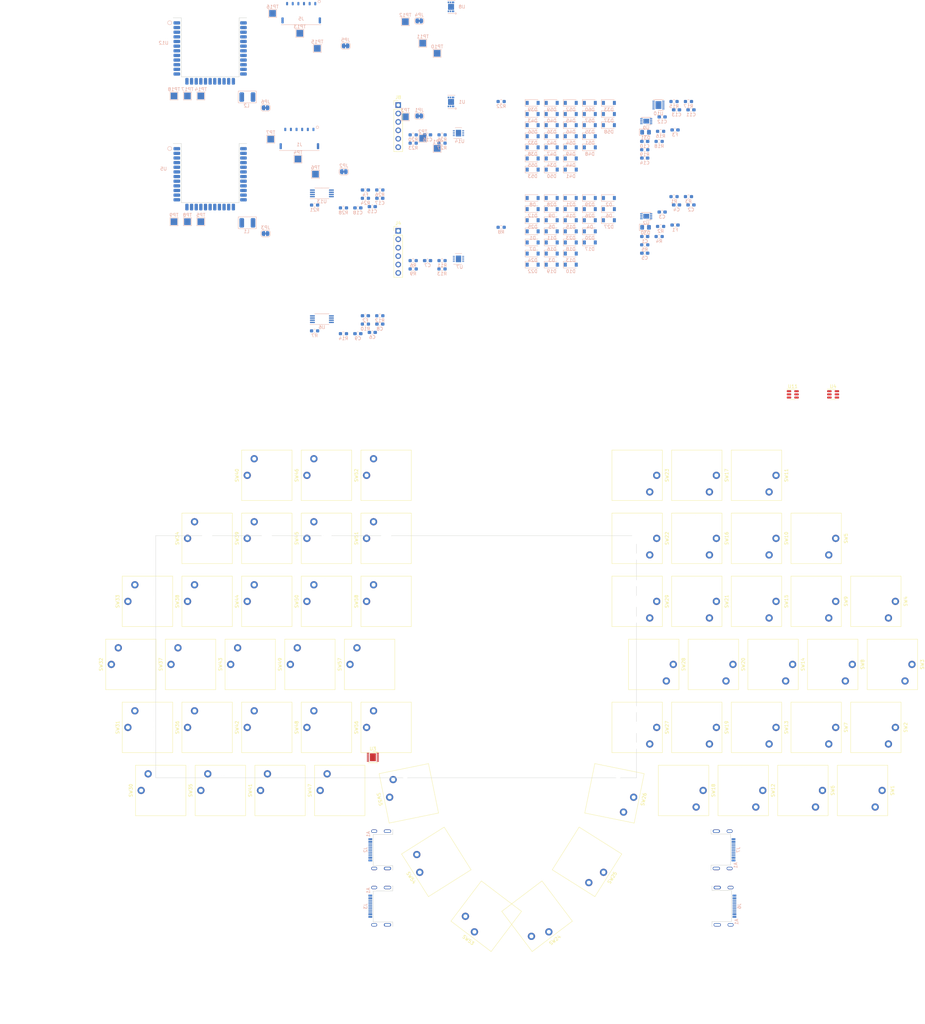
<source format=kicad_pcb>
(kicad_pcb (version 20211014) (generator pcbnew)
  (layers (0 "F.Cu" signal) (31 "B.Cu" signal) (34 "B.Paste" user) (35 "F.Paste" user) (36 "B.SilkS" user "B.Silkscreen") (37 "F.SilkS" user "F.Silkscreen") (38 "B.Mask" user) (39 "F.Mask" user) (44 "Edge.Cuts" user))
  (net 0 "")
  (net 1 "Net-(D1-Pad1)")
  (net 2 "Net-(C1-Pad1)")
  (net 3 "Net-(D2-Pad1)")
  (net 4 "Net-(D3-Pad1)")
  (net 5 "Net-(D4-Pad1)")
  (net 6 "Net-(D5-Pad1)")
  (net 7 "Net-(D6-Pad1)")
  (net 8 "/Right/BatteryManagement/batt-")
  (net 9 "Net-(D7-Pad1)")
  (net 10 "Net-(D8-Pad1)")
  (net 11 "Net-(D9-Pad1)")
  (net 12 "Net-(D10-Pad1)")
  (net 13 "Net-(D11-Pad1)")
  (net 14 "Net-(D12-Pad1)")
  (net 15 "/Right/vusb")
  (net 16 "Net-(D13-Pad1)")
  (net 17 "Net-(D14-Pad1)")
  (net 18 "Net-(D15-Pad1)")
  (net 19 "Net-(D16-Pad1)")
  (net 20 "Net-(D17-Pad1)")
  (net 21 "Net-(D18-Pad1)")
  (net 22 "/Right/sysgnd")
  (net 23 "Net-(D19-Pad1)")
  (net 24 "Net-(D20-Pad1)")
  (net 25 "Net-(D21-Pad1)")
  (net 26 "Net-(D22-Pad1)")
  (net 27 "Net-(D23-Pad1)")
  (net 28 "Net-(D24-Pad1)")
  (net 29 "/Right/p+")
  (net 30 "Net-(D25-Pad1)")
  (net 31 "Net-(D26-Pad1)")
  (net 32 "Net-(D27-Pad1)")
  (net 33 "Net-(D28-Pad1)")
  (net 34 "Net-(D29-Pad1)")
  (net 35 "Net-(D32-Pad1)")
  (net 36 "Net-(D33-Pad1)")
  (net 37 "Net-(D34-Pad1)")
  (net 38 "Net-(D35-Pad1)")
  (net 39 "Net-(D36-Pad1)")
  (net 40 "Net-(D37-Pad1)")
  (net 41 "Net-(D38-Pad1)")
  (net 42 "Net-(D39-Pad1)")
  (net 43 "Net-(D40-Pad1)")
  (net 44 "Net-(D41-Pad1)")
  (net 45 "Net-(D42-Pad1)")
  (net 46 "Net-(D43-Pad1)")
  (net 47 "Net-(D44-Pad1)")
  (net 48 "Net-(D45-Pad1)")
  (net 49 "Net-(D46-Pad1)")
  (net 50 "Net-(D47-Pad1)")
  (net 51 "Net-(D48-Pad1)")
  (net 52 "Net-(D49-Pad1)")
  (net 53 "Net-(D50-Pad1)")
  (net 54 "Net-(D51-Pad1)")
  (net 55 "Net-(D52-Pad1)")
  (net 56 "Net-(D53-Pad1)")
  (net 57 "Net-(D54-Pad1)")
  (net 58 "Net-(D55-Pad1)")
  (net 59 "Net-(D56-Pad1)")
  (net 60 "Net-(D57-Pad1)")
  (net 61 "Net-(D58-Pad1)")
  (net 62 "Net-(D59-Pad1)")
  (net 63 "Net-(D60-Pad1)")
  (net 64 "Net-(J3-PadA7)")
  (net 65 "Net-(C4-Pad1)")
  (net 66 "Net-(J3-PadA6)")
  (net 67 "Net-(R10-Pad1)")
  (net 68 "/Right/BatteryManagement/p-")
  (net 69 "Net-(R11-Pad1)")
  (net 70 "Net-(J7-PadA7)")
  (net 71 "Net-(J7-PadA6)")
  (net 72 "Net-(R24-Pad1)")
  (net 73 "Net-(R25-Pad1)")
  (net 74 "/Right/pmux_out")
  (net 75 "Net-(C8-Pad1)")
  (net 76 "Net-(C10-Pad1)")
  (net 77 "/Left/BatteryManagement/batt-")
  (net 78 "/Left/vusb")
  (net 79 "/Left/sysgnd")
  (net 80 "/Left/p+")
  (net 81 "Net-(C13-Pad1)")
  (net 82 "/Left/BatteryManagement/p-")
  (net 83 "/Left/pmux_out")
  (net 84 "Net-(C17-Pad1)")
  (net 85 "/Right/col0")
  (net 86 "/Right/col1")
  (net 87 "/Right/col2")
  (net 88 "/Right/col3")
  (net 89 "/Right/col4")
  (net 90 "/Right/col5")
  (net 91 "Net-(D30-Pad1)")
  (net 92 "Net-(D31-Pad1)")
  (net 93 "/Left/col0")
  (net 94 "/Left/col1")
  (net 95 "/Left/col2")
  (net 96 "/Left/col3")
  (net 97 "/Left/col4")
  (net 98 "/Left/col5")
  (net 99 "/Right/BatteryManagement/batt+")
  (net 100 "Net-(F1-Pad2)")
  (net 101 "Net-(F2-Pad1)")
  (net 102 "Net-(F2-Pad2)")
  (net 103 "/Left/BatteryManagement/batt+")
  (net 104 "Net-(F3-Pad2)")
  (net 105 "Net-(F4-Pad1)")
  (net 106 "Net-(F4-Pad2)")
  (net 111 "/Right/chassi")
  (net 112 "Net-(J3-PadA5)")
  (net 114 "Net-(J3-PadB5)")
  (net 116 "/Right/reset")
  (net 117 "/Right/status")
  (net 118 "/Right/swdclk")
  (net 119 "/Right/swdio")
  (net 120 "/Right/3.3v")
  (net 125 "/Left/chassi")
  (net 126 "Net-(J7-PadA5)")
  (net 128 "Net-(J7-PadB5)")
  (net 130 "/Left/reset")
  (net 131 "/Left/status")
  (net 132 "/Left/swdclk")
  (net 133 "/Left/swdio")
  (net 134 "/Left/3.3v")
  (net 135 "Net-(L1-Pad1)")
  (net 136 "Net-(L2-Pad1)")
  (net 137 "Net-(R2-Pad1)")
  (net 138 "Net-(R3-Pad1)")
  (net 139 "Net-(R4-Pad2)")
  (net 140 "/Right/scl")
  (net 141 "/Right/sda")
  (net 142 "/Right/usb_n")
  (net 143 "/Right/usb_p")
  (net 144 "Net-(R12-Pad2)")
  (net 145 "Net-(R14-Pad1)")
  (net 146 "Net-(R16-Pad1)")
  (net 147 "Net-(R17-Pad1)")
  (net 148 "Net-(R18-Pad2)")
  (net 149 "/Left/scl")
  (net 150 "/Left/sda")
  (net 151 "/Left/usb_n")
  (net 152 "/Left/usb_p")
  (net 153 "Net-(R26-Pad2)")
  (net 154 "Net-(R28-Pad1)")
  (net 155 "/Right/row0")
  (net 156 "/Right/row1")
  (net 157 "/Right/row2")
  (net 158 "/Right/row3")
  (net 159 "/Right/row4")
  (net 160 "/Left/row0")
  (net 161 "/Left/row1")
  (net 162 "/Left/row2")
  (net 163 "/Left/row3")
  (net 164 "/Left/row4")
  (net 167 "/Right/low_batt")
  (net 179 "/Left/low_batt")
  (footprint "Switch_Keyboard_Kailh:SW_Kailh_Choc_V1_1.00u" (layer "F.Cu") (at 288.210 164.820 -90.000)
    (fp_text reference "SW2")
    (fp_text value "~")
  )
  (footprint "Switch_Keyboard_Kailh:SW_Kailh_Choc_V1_1.00u" (layer "F.Cu") (at 68.500 126.820 90.000)
    (fp_text reference "SW33")
    (fp_text value "~")
  )
  (footprint "Switch_Keyboard_Kailh:SW_Kailh_Choc_V1_1.00u" (layer "F.Cu") (at 270.210 164.820 -90.000)
    (fp_text reference "SW7")
    (fp_text value "~")
  )
  (footprint "Switch_Keyboard_Kailh:SW_Kailh_Choc_V1_1.00u" (layer "F.Cu") (at 234.210 88.820 -90.000)
    (fp_text reference "SW17")
    (fp_text value "~")
  )
  (footprint "Switch_Keyboard_Kailh:SW_Kailh_Choc_V1_1.00u" (layer "F.Cu") (at 86.500 164.820 90.000)
    (fp_text reference "SW36")
    (fp_text value "~")
  )
  (footprint "Switch_Keyboard_Kailh:SW_Kailh_Choc_V1_1.00u" (layer "F.Cu") (at 117.500 145.820 90.000)
    (fp_text reference "SW49")
    (fp_text value "~")
  )
  (footprint "Switch_Keyboard_Kailh:SW_Kailh_Choc_V1_1.00u" (layer "F.Cu") (at 104.500 107.820 90.000)
    (fp_text reference "SW39")
    (fp_text value "~")
  )
  (footprint "Switch_Keyboard_Kailh:SW_Kailh_Choc_V1_1.00u" (layer "F.Cu") (at 252.210 164.820 -90.000)
    (fp_text reference "SW13")
    (fp_text value "~")
  )
  (footprint "Switch_Keyboard_Kailh:SW_Kailh_Choc_V1_1.00u" (layer "F.Cu") (at 99.500 145.820 90.000)
    (fp_text reference "SW43")
    (fp_text value "~")
  )
  (footprint "Switch_Keyboard_Kailh:SW_Kailh_Choc_V1_1.00u" (layer "F.Cu") (at 252.210 107.820 -90.000)
    (fp_text reference "SW10")
    (fp_text value "~")
  )
  (footprint "Switch_Keyboard_Kailh:SW_Kailh_Choc_V1_1.00u" (layer "F.Cu") (at 63.500 145.820 90.000)
    (fp_text reference "SW32")
    (fp_text value "~")
  )
  (footprint "Switch_Keyboard_Kailh:SW_Kailh_Choc_V1_1.00u" (layer "F.Cu") (at 147.337 184.693 101.500)
    (fp_text reference "SW55")
    (fp_text value "~")
  )
  (footprint "Switch_Keyboard_Kailh:SW_Kailh_Choc_V1_1.00u" (layer "F.Cu") (at 170.690 221.749 142.900)
    (fp_text reference "SW53")
    (fp_text value "~")
  )
  (footprint "Switch_Keyboard_Kailh:SW_Kailh_Choc_V1_1.00u" (layer "F.Cu") (at 293.210 145.820 -90.000)
    (fp_text reference "SW3")
    (fp_text value "~")
  )
  (footprint "Package_TO_SOT_SMD:SOT-23-6" (layer "F.Cu") (at 275.330 64.410 0.000)
    (fp_text reference "U4")
    (fp_text value "USBLC6-4SC6")
  )
  (footprint "Switch_Keyboard_Kailh:SW_Kailh_Choc_V1_1.00u" (layer "F.Cu") (at 186.020 221.749 -142.900)
    (fp_text reference "SW24")
    (fp_text value "~")
  )
  (footprint "Switch_Keyboard_Kailh:SW_Kailh_Choc_V1_1.00u" (layer "F.Cu") (at 122.500 126.820 90.000)
    (fp_text reference "SW50")
    (fp_text value "~")
  )
  (footprint "Switch_Keyboard_Kailh:SW_Kailh_Choc_V1_1.00u" (layer "F.Cu") (at 216.210 164.820 -90.000)
    (fp_text reference "SW27")
    (fp_text value "~")
  )
  (footprint "Switch_Keyboard_Kailh:SW_Kailh_Choc_V1_1.00u" (layer "F.Cu") (at 122.500 107.820 90.000)
    (fp_text reference "SW45")
    (fp_text value "~")
  )
  (footprint "Switch_Keyboard_Kailh:SW_Kailh_Choc_V1_1.00u" (layer "F.Cu") (at 135.500 145.820 90.000)
    (fp_text reference "SW57")
    (fp_text value "~")
  )
  (footprint "Switch_Keyboard_Kailh:SW_Kailh_Choc_V1_1.00u" (layer "F.Cu") (at 104.500 164.820 90.000)
    (fp_text reference "SW42")
    (fp_text value "~")
  )
  (footprint "Switch_Keyboard_Kailh:SW_Kailh_Choc_V1_1.00u" (layer "F.Cu") (at 122.500 164.820 90.000)
    (fp_text reference "SW48")
    (fp_text value "~")
  )
  (footprint "Switch_Keyboard_Kailh:SW_Kailh_Choc_V1_1.00u" (layer "F.Cu") (at 209.373 184.693 -101.500)
    (fp_text reference "SW26")
    (fp_text value "~")
  )
  (footprint "Switch_Keyboard_Kailh:SW_Kailh_Choc_V1_1.00u" (layer "F.Cu") (at 155.627 205.355 122.200)
    (fp_text reference "SW54")
    (fp_text value "~")
  )
  (footprint "Switch_Keyboard_Kailh:SW_Kailh_Choc_V1_1.00u" (layer "F.Cu") (at 234.210 126.820 -90.000)
    (fp_text reference "SW21")
    (fp_text value "~")
  )
  (footprint "Switch_Keyboard_Kailh:SW_Kailh_Choc_V1_1.00u" (layer "F.Cu") (at 104.500 88.820 90.000)
    (fp_text reference "SW40")
    (fp_text value "~")
  )
  (footprint "Switch_Keyboard_Kailh:SW_Kailh_Choc_V1_1.00u" (layer "F.Cu") (at 201.083 205.355 -122.200)
    (fp_text reference "SW25")
    (fp_text value "~")
  )
  (footprint "Switch_Keyboard_Kailh:SW_Kailh_Choc_V1_1.00u" (layer "F.Cu") (at 86.500 126.820 90.000)
    (fp_text reference "SW38")
    (fp_text value "~")
  )
  (footprint "Switch_Keyboard_Kailh:SW_Kailh_Choc_V1_1.00u" (layer "F.Cu") (at 270.210 107.820 -90.000)
    (fp_text reference "SW5")
    (fp_text value "~")
  )
  (footprint "Switch_Keyboard_Kailh:SW_Kailh_Choc_V1_1.00u" (layer "F.Cu") (at 216.210 88.820 -90.000)
    (fp_text reference "SW23")
    (fp_text value "~")
  )
  (footprint "Switch_Keyboard_Kailh:SW_Kailh_Choc_V1_1.00u" (layer "F.Cu") (at 216.210 126.820 -90.000)
    (fp_text reference "SW29")
    (fp_text value "~")
  )
  (footprint "Switch_Keyboard_Kailh:SW_Kailh_Choc_V1_1.00u" (layer "F.Cu") (at 230.210 183.820 -90.000)
    (fp_text reference "SW18")
    (fp_text value "~")
  )
  (footprint "Switch_Keyboard_Kailh:SW_Kailh_Choc_V1_1.00u" (layer "F.Cu") (at 140.500 107.820 90.000)
    (fp_text reference "SW51")
    (fp_text value "~")
  )
  (footprint "Switch_Keyboard_Kailh:SW_Kailh_Choc_V1_1.00u" (layer "F.Cu") (at 126.500 183.820 90.000)
    (fp_text reference "SW47")
    (fp_text value "~")
  )
  (footprint "Switch_Keyboard_Kailh:SW_Kailh_Choc_V1_1.00u" (layer "F.Cu") (at 252.210 126.820 -90.000)
    (fp_text reference "SW15")
    (fp_text value "~")
  )
  (footprint "Switch_Keyboard_Kailh:SW_Kailh_Choc_V1_1.00u" (layer "F.Cu") (at 234.210 164.820 -90.000)
    (fp_text reference "SW19")
    (fp_text value "~")
  )
  (footprint "Switch_Keyboard_Kailh:SW_Kailh_Choc_V1_1.00u" (layer "F.Cu") (at 270.210 126.820 -90.000)
    (fp_text reference "SW9")
    (fp_text value "~")
  )
  (footprint "Switch_Keyboard_Kailh:SW_Kailh_Choc_V1_1.00u" (layer "F.Cu") (at 257.210 145.820 -90.000)
    (fp_text reference "SW14")
    (fp_text value "~")
  )
  (footprint "Switch_Keyboard_Kailh:SW_Kailh_Choc_V1_1.00u" (layer "F.Cu") (at 108.500 183.820 90.000)
    (fp_text reference "SW41")
    (fp_text value "~")
  )
  (footprint "Switch_Keyboard_Kailh:SW_Kailh_Choc_V1_1.00u" (layer "F.Cu") (at 104.500 126.820 90.000)
    (fp_text reference "SW44")
    (fp_text value "~")
  )
  (footprint "Switch_Keyboard_Kailh:SW_Kailh_Choc_V1_1.00u" (layer "F.Cu") (at 248.210 183.820 -90.000)
    (fp_text reference "SW12")
    (fp_text value "~")
  )
  (footprint "Connector_PinHeader_2.54mm:PinHeader_1x06_P2.54mm_Vertical" (layer "F.Cu") (at 144.150 -22.810 0.000)
    (fp_text reference "J8")
    (fp_text value "Conn_01x06_Male")
  )
  (footprint "Switch_Keyboard_Kailh:SW_Kailh_Choc_V1_1.00u" (layer "F.Cu") (at 140.500 126.820 90.000)
    (fp_text reference "SW58")
    (fp_text value "~")
  )
  (footprint "Switch_Keyboard_Kailh:SW_Kailh_Choc_V1_1.00u" (layer "F.Cu") (at 72.500 183.820 90.000)
    (fp_text reference "SW30")
    (fp_text value "~")
  )
  (footprint "Switch_Keyboard_Kailh:SW_Kailh_Choc_V1_1.00u" (layer "F.Cu") (at 252.210 88.820 -90.000)
    (fp_text reference "SW11")
    (fp_text value "~")
  )
  (footprint "Switch_Keyboard_Kailh:SW_Kailh_Choc_V1_1.00u" (layer "F.Cu") (at 86.500 107.820 90.000)
    (fp_text reference "SW34")
    (fp_text value "~")
  )
  (footprint "Switch_Keyboard_Kailh:SW_Kailh_Choc_V1_1.00u" (layer "F.Cu") (at 90.500 183.820 90.000)
    (fp_text reference "SW35")
    (fp_text value "~")
  )
  (footprint "Switch_Keyboard_Kailh:SW_Kailh_Choc_V1_1.00u" (layer "F.Cu") (at 140.500 164.820 90.000)
    (fp_text reference "SW56")
    (fp_text value "~")
  )
  (footprint "Package_TO_SOT_SMD:SOT-23-6" (layer "F.Cu") (at 263.150 64.410 0.000)
    (fp_text reference "U11")
    (fp_text value "USBLC6-4SC6")
  )
  (footprint "Switch_Keyboard_Kailh:SW_Kailh_Choc_V1_1.00u" (layer "F.Cu") (at 284.210 183.820 -90.000)
    (fp_text reference "SW1")
    (fp_text value "~")
  )
  (footprint "Switch_Keyboard_Kailh:SW_Kailh_Choc_V1_1.00u" (layer "F.Cu") (at 81.500 145.820 90.000)
    (fp_text reference "SW37")
    (fp_text value "~")
  )
  (footprint "Switch_Keyboard_Kailh:SW_Kailh_Choc_V1_1.00u" (layer "F.Cu") (at 68.500 164.820 90.000)
    (fp_text reference "SW31")
    (fp_text value "~")
  )
  (footprint "Switch_Keyboard_Kailh:SW_Kailh_Choc_V1_1.00u" (layer "F.Cu") (at 234.210 107.820 -90.000)
    (fp_text reference "SW16")
    (fp_text value "~")
  )
  (footprint "Connector_PinHeader_2.54mm:PinHeader_1x06_P2.54mm_Vertical" (layer "F.Cu") (at 144.150 15.110 0.000)
    (fp_text reference "J4")
    (fp_text value "Conn_01x06_Male")
  )
  (footprint "Package_DFN_QFN:DFN-14-1EP_3x3mm_P0.4mm_EP1.78x2.35mm" (layer "F.Cu") (at 136.500 173.820 0.000)
    (fp_text reference "U3")
    (fp_text value "MAX17260TFDN")
  )
  (footprint "Switch_Keyboard_Kailh:SW_Kailh_Choc_V1_1.00u" (layer "F.Cu") (at 221.210 145.820 -90.000)
    (fp_text reference "SW28")
    (fp_text value "~")
  )
  (footprint "Switch_Keyboard_Kailh:SW_Kailh_Choc_V1_1.00u" (layer "F.Cu") (at 216.210 107.820 -90.000)
    (fp_text reference "SW22")
    (fp_text value "~")
  )
  (footprint "Switch_Keyboard_Kailh:SW_Kailh_Choc_V1_1.00u" (layer "F.Cu") (at 288.210 126.820 -90.000)
    (fp_text reference "SW4")
    (fp_text value "~")
  )
  (footprint "Switch_Keyboard_Kailh:SW_Kailh_Choc_V1_1.00u" (layer "F.Cu") (at 122.500 88.820 90.000)
    (fp_text reference "SW46")
    (fp_text value "~")
  )
  (footprint "Switch_Keyboard_Kailh:SW_Kailh_Choc_V1_1.00u" (layer "F.Cu") (at 239.210 145.820 -90.000)
    (fp_text reference "SW20")
    (fp_text value "~")
  )
  (footprint "Switch_Keyboard_Kailh:SW_Kailh_Choc_V1_1.00u" (layer "F.Cu") (at 266.210 183.820 -90.000)
    (fp_text reference "SW6")
    (fp_text value "~")
  )
  (footprint "Switch_Keyboard_Kailh:SW_Kailh_Choc_V1_1.00u" (layer "F.Cu") (at 140.500 88.820 90.000)
    (fp_text reference "SW52")
    (fp_text value "~")
  )
  (footprint "Switch_Keyboard_Kailh:SW_Kailh_Choc_V1_1.00u" (layer "F.Cu") (at 275.210 145.820 -90.000)
    (fp_text reference "SW8")
    (fp_text value "~")
  )
  (footprint "Diode_SMD:D_SOD-123" (layer "B.Cu") (at 196.190 -6.710 0.000)
    (fp_text reference "D44")
    (fp_text value "~")
  )
  (footprint "Resistor_SMD:R_0603_1608Metric_Pad0.98x0.95mm_HandSolder" (layer "B.Cu") (at 175.190 14.040 0.000)
    (fp_text reference "R8")
    (fp_text value "10k")
  )
  (footprint "Resistor_SMD:R_0603_1608Metric_Pad0.98x0.95mm_HandSolder" (layer "B.Cu") (at 222.850 16.820 0.000)
    (fp_text reference "R4")
    (fp_text value "150")
  )
  (footprint "Diode_SMD:D_SOD-123" (layer "B.Cu") (at 207.690 -16.760 0.000)
    (fp_text reference "D58")
    (fp_text value "~")
  )
  (footprint "Fuse:Fuse_0603_1608Metric_Pad1.05x0.95mm_HandSolder" (layer "B.Cu") (at 223.750 9.440 0.000)
    (fp_text reference "C3")
    (fp_text value "22u")
  )
  (footprint "grapto-v3w:U-DFN2030-6_type_c" (layer "B.Cu") (at 160.074249 -52.425 180)
    (fp_text reference "U8")
    (fp_text value "AP9211S-AL")
  )
  (footprint "Diode_SMD:D_SOD-123" (layer "B.Cu") (at 207.690 -20.110 0.000)
    (fp_text reference "D37")
    (fp_text value "~")
  )
  (footprint "TestPoint:TestPoint_Pad_2.0x2.0mm" (layer "B.Cu") (at 146.282856 -47.94 180)
    (fp_text reference "TP12")
    (fp_text value "TestPoint")
  )
  (footprint "grapto-v3w:ACN52840_mirror" (layer "B.Cu") (at 87.405 -1.255 180)
    (fp_text reference "U5")
    (fp_text value "ACN52840")
    (fp_line (start 8.7 -7.85) (end 8.7 9.95) (layer "Edge.Cuts") (width 0.12))
    (fp_line (start -11.025 9.95) (end -8.75 9.95) (layer "Edge.Cuts") (width 0.12))
    (fp_line (start -8.75 -7.85) (end 8.7 -7.85) (layer "Edge.Cuts") (width 0.12))
    (fp_line (start 8.7 9.95) (end 11.15 9.95) (layer "Edge.Cuts") (width 0.12))
    (fp_line (start -8.75 9.95) (end -8.75 -7.85) (layer "Edge.Cuts") (width 0.12))
  )
  (footprint "Diode_SMD:D_SOD-123" (layer "B.Cu") (at 190.440 -10.060 0.000)
    (fp_text reference "D47")
    (fp_text value "~")
  )
  (footprint "Resistor_SMD:R_0603_1608Metric_Pad0.98x0.95mm_HandSolder" (layer "B.Cu") (at 127.620 46.110 0.000)
    (fp_text reference "R14")
    (fp_text value "470")
  )
  (footprint "Diode_SMD:D_SOD-123" (layer "B.Cu") (at 190.440 -3.360 0.000)
    (fp_text reference "D50")
    (fp_text value "~")
  )
  (footprint "Resistor_SMD:R_0603_1608Metric_Pad0.98x0.95mm_HandSolder" (layer "B.Cu") (at 148.650 26.600 0.000)
    (fp_text reference "R9")
    (fp_text value "5.1k")
  )
  (footprint "grapto-v3w:USB_C_Receptacle_molex_2169900001" (layer "B.Cu") (at 238.780 218.720 90.000)
    (fp_text reference "J6")
    (fp_text value "USB_C_Receptacle_USB2.0")
    (fp_line (start -6.15 0) (end -4.62 0) (layer "Edge.Cuts") (width 0.12))
    (fp_line (start 4.75 5.905) (end 4.75 0) (layer "Edge.Cuts") (width 0.12))
    (fp_line (start -4.62 5.905) (end 4.75 5.905) (layer "Edge.Cuts") (width 0.12))
    (fp_line (start -4.62 0) (end -4.62 5.905) (layer "Edge.Cuts") (width 0.12))
    (fp_line (start 4.75 0) (end 6.1 0) (layer "Edge.Cuts") (width 0.12))
  )
  (footprint "Diode_SMD:D_SOD-123" (layer "B.Cu") (at 196.190 21.960 0.000)
    (fp_text reference "D13")
    (fp_text value "~")
  )
  (footprint "Jumper:SolderJumper-2_P1.3mm_Bridged_RoundedPad1.0x1.5mm" (layer "B.Cu") (at 104.125714 -21.99 180)
    (fp_text reference "JP6")
    (fp_text value "SolderJumper_2_Bridged")
  )
  (footprint "Resistor_SMD:R_0603_1608Metric_Pad0.98x0.95mm_HandSolder" (layer "B.Cu") (at 175.190 -23.880 0.000)
    (fp_text reference "R22")
    (fp_text value "10k")
  )
  (footprint "TestPoint:TestPoint_Pad_2.0x2.0mm" (layer "B.Cu") (at 76.505714 12.36 180)
    (fp_text reference "TP9")
    (fp_text value "TestPoint")
  )
  (footprint "Jumper:SolderJumper-2_P1.3mm_Bridged_RoundedPad1.0x1.5mm" (layer "B.Cu") (at 150.482856 -19.52 180)
    (fp_text reference "JP1")
    (fp_text value "SolderJumper_2_Bridged")
  )
  (footprint "Jumper:SolderJumper-2_P1.3mm_Bridged_RoundedPad1.0x1.5mm" (layer "B.Cu") (at 150.482856 -48.19 180)
    (fp_text reference "JP4")
    (fp_text value "SolderJumper_2_Bridged")
  )
  (footprint "Fuse:Fuse_0603_1608Metric_Pad1.05x0.95mm_HandSolder" (layer "B.Cu") (at 131.970 46.110 0.000)
    (fp_text reference "C9")
    (fp_text value "22u")
  )
  (footprint "Diode_SMD:D_SOD-123" (layer "B.Cu") (at 196.190 5.210 0.000)
    (fp_text reference "D21")
    (fp_text value "~")
  )
  (footprint "Resistor_SMD:R_0603_1608Metric_Pad0.98x0.95mm_HandSolder" (layer "B.Cu") (at 223.290 -14.890 0.000)
    (fp_text reference "R16")
    (fp_text value "2.7k")
  )
  (footprint "grapto-v3w:Bourns-SRP0415" (layer "B.Cu") (at 98.640714 -25.225 180)
    (fp_text reference "L2")
    (fp_text value "2.2")
  )
  (footprint "Resistor_SMD:R_0603_1608Metric_Pad0.98x0.95mm_HandSolder" (layer "B.Cu") (at 148.650 24.090 0.000)
    (fp_text reference "R6")
    (fp_text value "5.1k")
  )
  (footprint "Diode_SMD:D_SOD-123" (layer "B.Cu") (at 190.440 -23.460 0.000)
    (fp_text reference "D59")
    (fp_text value "~")
  )
  (footprint "Diode_SMD:D_SOD-123" (layer "B.Cu") (at 190.440 5.210 0.000)
    (fp_text reference "D28")
    (fp_text value "~")
  )
  (footprint "Package_SON:WSON-8-1EP_3x3mm_P0.5mm_EP1.6x2.0mm" (layer "B.Cu") (at 162.320 23.570 0.000)
    (fp_text reference "U7")
    (fp_text value "LM3676SD-3.3")
  )
  (footprint "Diode_SMD:D_SOD-123" (layer "B.Cu") (at 201.940 11.910 0.000)
    (fp_text reference "D4")
    (fp_text value "~")
  )
  (footprint "grapto-v3w:USB_C_Receptacle_molex_2169900001" (layer "B.Cu") (at 238.500 201.720 90.000)
    (fp_text reference "J7")
    (fp_text value "USB_C_Receptacle_USB2.0")
    (fp_line (start -4.62 5.905) (end 4.75 5.905) (layer "Edge.Cuts") (width 0.12))
    (fp_line (start 4.75 0) (end 6.1 0) (layer "Edge.Cuts") (width 0.12))
    (fp_line (start -6.15 0) (end -4.62 0) (layer "Edge.Cuts") (width 0.12))
    (fp_line (start 4.75 5.905) (end 4.75 0) (layer "Edge.Cuts") (width 0.12))
    (fp_line (start -4.62 0) (end -4.62 5.905) (layer "Edge.Cuts") (width 0.12))
  )
  (footprint "Diode_SMD:D_SOD-123" (layer "B.Cu") (at 190.440 11.910 0.000)
    (fp_text reference "D5")
    (fp_text value "~")
  )
  (footprint "Diode_SMD:D_SOD-123" (layer "B.Cu") (at 184.690 -3.360 0.000)
    (fp_text reference "D53")
    (fp_text value "~")
  )
  (footprint "Fuse:Fuse_0603_1608Metric_Pad1.05x0.95mm_HandSolder" (layer "B.Cu") (at 138.590 43.220 0.000)
    (fp_text reference "C8")
    (fp_text value "22u")
  )
  (footprint "Diode_SMD:D_SOD-123" (layer "B.Cu") (at 207.690 -23.460 0.000)
    (fp_text reference "D33")
    (fp_text value "~")
  )
  (footprint "Diode_SMD:D_SOD-123" (layer "B.Cu") (at 196.190 -3.360 0.000)
    (fp_text reference "D41")
    (fp_text value "~")
  )
  (footprint "Diode_SMD:D_SOD-123" (layer "B.Cu") (at 190.440 -20.110 0.000)
    (fp_text reference "D40")
    (fp_text value "~")
  )
  (footprint "Diode_SMD:D_SOD-123" (layer "B.Cu") (at 196.190 -20.110 0.000)
    (fp_text reference "D45")
    (fp_text value "~")
  )
  (footprint "Diode_SMD:D_SOD-123" (layer "B.Cu") (at 184.690 15.260 0.000)
    (fp_text reference "D1")
    (fp_text value "~")
  )
  (footprint "Capacitor_SMD:C_0603_1608Metric_Pad1.08x0.95mm_HandSolder" (layer "B.Cu") (at 228.100 7.300 0.000)
    (fp_text reference "C4")
    (fp_text value ".47u")
  )
  (footprint "Fuse:Fuse_0603_1608Metric_Pad1.05x0.95mm_HandSolder" (layer "B.Cu") (at 218.500 16.820 0.000)
    (fp_text reference "C1")
    (fp_text value "22u")
  )
  (footprint "Diode_SMD:D_SOD-123" (layer "B.Cu") (at 207.690 5.210 0.000)
    (fp_text reference "D2")
    (fp_text value "~")
  )
  (footprint "TestPoint:TestPoint_Pad_2.0x2.0mm" (layer "B.Cu") (at 119.725714 -39.9 180)
    (fp_text reference "TP15")
    (fp_text value "TestPoint")
  )
  (footprint "Capacitor_SMD:C_0603_1608Metric_Pad1.08x0.95mm_HandSolder" (layer "B.Cu") (at 218.500 21.840 0.000)
    (fp_text reference "C5")
    (fp_text value ".1u")
  )
  (footprint "Resistor_SMD:R_0603_1608Metric_Pad0.98x0.95mm_HandSolder" (layer "B.Cu") (at 148.650 -13.830 0.000)
    (fp_text reference "R20")
    (fp_text value "5.1k")
  )
  (footprint "Diode_SMD:D_SOD-123" (layer "B.Cu") (at 201.940 -10.060 0.000)
    (fp_text reference "D48")
    (fp_text value "~")
  )
  (footprint "Diode_SMD:D_SOD-123" (layer "B.Cu") (at 196.190 8.560 0.000)
    (fp_text reference "D14")
    (fp_text value "~")
  )
  (footprint "TestPoint:TestPoint_Pad_2.0x2.0mm" (layer "B.Cu") (at 155.882856 -38.42 180)
    (fp_text reference "TP10")
    (fp_text value "TestPoint")
  )
  (footprint "Diode_SMD:D_SOD-123" (layer "B.Cu") (at 190.440 21.960 0.000)
    (fp_text reference "D3")
    (fp_text value "~")
  )
  (footprint "Diode_SMD:D_SOD-123" (layer "B.Cu") (at 184.690 -16.760 0.000)
    (fp_text reference "D56")
    (fp_text value "~")
  )
  (footprint "Diode_SMD:D_SOD-123" (layer "B.Cu") (at 184.690 11.910 0.000)
    (fp_text reference "D25")
    (fp_text value "~")
  )
  (footprint "Fuse:Fuse_0603_1608Metric_Pad1.05x0.95mm_HandSolder" (layer "B.Cu") (at 138.590 5.300 0.000)
    (fp_text reference "C17")
    (fp_text value "22u")
  )
  (footprint "Fuse:Fuse_0603_1608Metric_Pad1.05x0.95mm_HandSolder" (layer "B.Cu") (at 232.450 -21.370 0.000)
    (fp_text reference "C11")
    (fp_text value "22u")
  )
  (footprint "Diode_SMD:D_SOD-123" (layer "B.Cu") (at 201.940 15.260 0.000)
    (fp_text reference "D20")
    (fp_text value "~")
  )
  (footprint "Resistor_SMD:R_0603_1608Metric_Pad0.98x0.95mm_HandSolder" (layer "B.Cu") (at 223.290 13.780 0.000)
    (fp_text reference "R2")
    (fp_text value "2.7k")
  )
  (footprint "Resistor_SMD:R_0603_1608Metric_Pad0.98x0.95mm_HandSolder" (layer "B.Cu") (at 231.690 4.790 0.000)
    (fp_text reference "R3")
    (fp_text value "4.7k")
  )
  (footprint "Jumper:SolderJumper-2_P1.3mm_Bridged_RoundedPad1.0x1.5mm" (layer "B.Cu") (at 127.726072 -2.73 180)
    (fp_text reference "JP2")
    (fp_text value "SolderJumper_2_Bridged")
  )
  (footprint "Package_SO:TSSOP-8_4.4x3mm_P0.65mm" (layer "B.Cu") (at 121.120 3.810 0.000)
    (fp_text reference "U13")
    (fp_text value "TPS2110")
  )
  (footprint "Diode_SMD:D_SOD-123" (layer "B.Cu") (at 184.690 25.310 0.000)
    (fp_text reference "D22")
    (fp_text value "~")
  )
  (footprint "Diode_SMD:D_SOD-123" (layer "B.Cu") (at 196.190 11.910 0.000)
    (fp_text reference "D15")
    (fp_text value "~")
  )
  (footprint "Capacitor_SMD:C_0603_1608Metric_Pad1.08x0.95mm_HandSolder" (layer "B.Cu") (at 218.500 -6.830 0.000)
    (fp_text reference "C14")
    (fp_text value ".1u")
  )
  (footprint "Fuse:Fuse_0603_1608Metric_Pad1.05x0.95mm_HandSolder" (layer "B.Cu") (at 153.000 24.090 0.000)
    (fp_text reference "C7")
    (fp_text value "22u")
  )
  (footprint "Fuse:Fuse_0603_1608Metric_Pad1.05x0.95mm_HandSolder" (layer "B.Cu") (at 153.000 -13.830 0.000)
    (fp_text reference "C16")
    (fp_text value "22u")
  )
  (footprint "grapto-v3w:Bourns-SRP0415" (layer "B.Cu") (at 98.640714 12.695 180)
    (fp_text reference "L1")
    (fp_text value "2.2")
  )
  (footprint "Resistor_SMD:R_0603_1608Metric_Pad0.98x0.95mm_HandSolder" (layer "B.Cu") (at 157.370 -13.830 0.000)
    (fp_text reference "R25")
    (fp_text value "22")
  )
  (footprint "Diode_SMD:D_SOD-123" (layer "B.Cu") (at 190.440 15.260 0.000)
    (fp_text reference "D11")
    (fp_text value "~")
  )
  (footprint "Diode_SMD:D_SOD-123" (layer "B.Cu") (at 201.940 -23.460 0.000)
    (fp_text reference "D60")
    (fp_text value "~")
  )
  (footprint "TestPoint:TestPoint_Pad_2.0x2.0mm" (layer "B.Cu") (at 113.906072 -6.53 180)
    (fp_text reference "TP4")
    (fp_text value "TestPoint")
  )
  (footprint "Diode_SMD:D_SOD-123" (layer "B.Cu") (at 184.690 -10.060 0.000)
    (fp_text reference "D38")
    (fp_text value "~")
  )
  (footprint "Resistor_SMD:R_0603_1608Metric_Pad0.98x0.95mm_HandSolder" (layer "B.Cu") (at 134.240 43.220 0.000)
    (fp_text reference "R10")
    (fp_text value "22")
  )
  (footprint "Diode_SMD:D_SOD-123" (layer "B.Cu") (at 196.190 15.260 0.000)
    (fp_text reference "D23")
    (fp_text value "~")
  )
  (footprint "Fuse:Fuse_0603_1608Metric_Pad1.05x0.95mm_HandSolder" (layer "B.Cu") (at 227.640 13.360 0.000)
    (fp_text reference "F1")
    (fp_text value "Polyfuse")
  )
  (footprint "Jumper:SolderJumper-2_P1.3mm_Bridged_RoundedPad1.0x1.5mm" (layer "B.Cu") (at 128.275714 -40.65 180)
    (fp_text reference "JP5")
    (fp_text value "SolderJumper_2_Bridged")
  )
  (footprint "Diode_SMD:D_SOD-123" (layer "B.Cu") (at 196.190 -16.760 0.000)
    (fp_text reference "D46")
    (fp_text value "~")
  )
  (footprint "Resistor_SMD:R_0603_1608Metric_Pad0.98x0.95mm_HandSolder" (layer "B.Cu") (at 118.920 45.260 0.000)
    (fp_text reference "R7")
    (fp_text value "10k")
  )
  (footprint "Diode_SMD:D_SOD-123" (layer "B.Cu") (at 190.440 -13.410 0.000)
    (fp_text reference "D42")
    (fp_text value "~")
  )
  (footprint "Diode_SMD:D_SOD-123" (layer "B.Cu") (at 190.440 25.310 0.000)
    (fp_text reference "D19")
    (fp_text value "~")
  )
  (footprint "Package_SO:TSSOP-8_4.4x3mm_P0.65mm" (layer "B.Cu") (at 121.120 41.730 0.000)
    (fp_text reference "U6")
    (fp_text value "TPS2110")
  )
  (footprint "Diode_SMD:D_SOD-123" (layer "B.Cu") (at 196.190 -10.060 0.000)
    (fp_text reference "D49")
    (fp_text value "~")
  )
  (footprint "Resistor_SMD:R_0603_1608Metric_Pad0.98x0.95mm_HandSolder" (layer "B.Cu") (at 118.920 7.340 0.000)
    (fp_text reference "R21")
    (fp_text value "10k")
  )
  (footprint "grapto-v3w:df65-6P-1.7V" (layer "B.Cu") (at 114.321072 -10.414488 180)
    (fp_text reference "J1")
    (fp_text value "Conn_01x06_Female")
  )
  (footprint "Diode_SMD:D_SOD-123" (layer "B.Cu") (at 190.440 -6.710 0.000)
    (fp_text reference "D34")
    (fp_text value "~")
  )
  (footprint "Diode_SMD:D_SOD-123" (layer "B.Cu") (at 201.940 -16.760 0.000)
    (fp_text reference "D35")
    (fp_text value "~")
  )
  (footprint "Resistor_SMD:R_0603_1608Metric_Pad0.98x0.95mm_HandSolder" (layer "B.Cu") (at 134.240 5.300 0.000)
    (fp_text reference "R24")
    (fp_text value "22")
  )
  (footprint "TestPoint:TestPoint_Pad_2.0x2.0mm" (layer "B.Cu") (at 84.605714 -25.56 180)
    (fp_text reference "TP14")
    (fp_text value "TestPoint")
  )
  (footprint "Resistor_SMD:R_0603_1608Metric_Pad0.98x0.95mm_HandSolder" (layer "B.Cu") (at 138.590 2.790 0.000)
    (fp_text reference "R26")
    (fp_text value "4.7K")
  )
  (footprint "Package_SON:WSON-8-1EP_3x3mm_P0.5mm_EP1.6x2.0mm" (layer "B.Cu") (at 162.320 -14.350 0.000)
    (fp_text reference "U14")
    (fp_text value "LM3676SD-3.3")
  )
  (footprint "Resistor_SMD:R_0603_1608Metric_Pad0.98x0.95mm_HandSolder" (layer "B.Cu") (at 157.370 24.090 0.000)
    (fp_text reference "R11")
    (fp_text value "22")
  )
  (footprint "Fuse:Fuse_0603_1608Metric_Pad1.05x0.95mm_HandSolder" (layer "B.Cu") (at 134.240 2.790 0.000)
    (fp_text reference "F4")
    (fp_text value "Polyfuse")
  )
  (footprint "TestPoint:TestPoint_Pad_2.0x2.0mm" (layer "B.Cu") (at 80.555714 12.36 180)
    (fp_text reference "TP8")
    (fp_text value "TestPoint")
  )
  (footprint "Diode_SMD:D_SOD-123" (layer "B.Cu") (at 190.440 -16.760 0.000)
    (fp_text reference "D36")
    (fp_text value "~")
  )
  (footprint "Diode_SMD:D_SOD-123" (layer "B.Cu") (at 196.190 25.310 0.000)
    (fp_text reference "D10")
    (fp_text value "~")
  )
  (footprint "Diode_SMD:D_SOD-123" (layer "B.Cu") (at 184.690 21.960 0.000)
    (fp_text reference "D24")
    (fp_text value "~")
  )
  (footprint "Diode_SMD:D_SOD-123" (layer "B.Cu") (at 201.940 8.560 0.000)
    (fp_text reference "D26")
    (fp_text value "~")
  )
  (footprint "Fuse:Fuse_0603_1608Metric_Pad1.05x0.95mm_HandSolder" (layer "B.Cu") (at 136.320 45.730 0.000)
    (fp_text reference "C6")
    (fp_text value "22u")
  )
  (footprint "Diode_SMD:D_SOD-123" (layer "B.Cu") (at 184.690 -23.460 0.000)
    (fp_text reference "D39")
    (fp_text value "~")
  )
  (footprint "TestPoint:TestPoint_Pad_2.0x2.0mm" (layer "B.Cu") (at 114.455714 -44.45 180)
    (fp_text reference "TP13")
    (fp_text value "TestPoint")
  )
  (footprint "Resistor_SMD:R_0603_1608Metric_Pad0.98x0.95mm_HandSolder" (layer "B.Cu") (at 231.690 -23.880 0.000)
    (fp_text reference "R17")
    (fp_text value "4.7k")
  )
  (footprint "Package_DFN_QFN:DFN-8-1EP_3x2mm_P0.5mm_EP1.75x1.45mm" (layer "B.Cu") (at 218.950 -17.970 0.000)
    (fp_text reference "U9")
    (fp_text value "MCP7383x-2xMC")
  )
  (footprint "TestPoint:TestPoint_Pad_2.0x2.0mm" (layer "B.Cu") (at 119.176072 -1.98 180)
    (fp_text reference "TP6")
    (fp_text value "TestPoint")
  )
  (footprint "Diode_SMD:D_SOD-123" (layer "B.Cu") (at 184.690 -13.410 0.000)
    (fp_text reference "D32")
    (fp_text value "~")
  )
  (footprint "Diode_SMD:D_SOD-123" (layer "B.Cu") (at 196.190 -13.410 0.000)
    (fp_text reference "D54")
    (fp_text value "~")
  )
  (footprint "Diode_SMD:D_SOD-123" (layer "B.Cu") (at 184.690 8.560 0.000)
    (fp_text reference "D12")
    (fp_text value "~")
  )
  (footprint "Diode_SMD:D_SOD-123" (layer "B.Cu") (at 184.690 18.610 0.000)
    (fp_text reference "D7")
    (fp_text value "~")
  )
  (footprint "LED_SMD:LED_0805_2012Metric_Pad1.15x1.40mm_HandSolder" (layer "B.Cu") (at 218.745 -14.625 0.000)
    (fp_text reference "D31")
    (fp_text value "LED")
  )
  (footprint "TestPoint:TestPoint_Pad_2.0x2.0mm" (layer "B.Cu") (at 76.505714 -25.56 180)
    (fp_text reference "TP18")
    (fp_text value "TestPoint")
  )
  (footprint "LED_SMD:LED_0805_2012Metric_Pad1.15x1.40mm_HandSolder" (layer "B.Cu") (at 218.745 14.045 0.000)
    (fp_text reference "D30")
    (fp_text value "LED")
  )
  (footprint "TestPoint:TestPoint_Pad_2.0x2.0mm" (layer "B.Cu") (at 155.882856 -9.75 180)
    (fp_text reference "TP1")
    (fp_text value "TestPoint")
  )
  (footprint "Resistor_SMD:R_0603_1608Metric_Pad0.98x0.95mm_HandSolder" (layer "B.Cu") (at 138.590 40.710 0.000)
    (fp_text reference "R12")
    (fp_text value "4.7K")
  )
  (footprint "Package_DFN_QFN:DFN-14-1EP_3x3mm_P0.4mm_EP1.78x2.35mm" (layer "B.Cu") (at 222.640 -22.810 0.000)
    (fp_text reference "U10")
    (fp_text value "MAX17260TFDN")
  )
  (footprint "TestPoint:TestPoint_Pad_2.0x2.0mm" (layer "B.Cu") (at 151.532856 -12.79 180)
    (fp_text reference "TP2")
    (fp_text value "TestPoint")
  )
  (footprint "Resistor_SMD:R_0603_1608Metric_Pad0.98x0.95mm_HandSolder" (layer "B.Cu") (at 157.350 26.600 0.000)
    (fp_text reference "R13")
    (fp_text value "4.7K")
  )
  (footprint "Diode_SMD:D_SOD-123" (layer "B.Cu") (at 196.190 -23.460 0.000)
    (fp_text reference "D52")
    (fp_text value "~")
  )
  (footprint "Diode_SMD:D_SOD-123" (layer "B.Cu") (at 207.690 11.910 0.000)
    (fp_text reference "D27")
    (fp_text value "~")
  )
  (footprint "Fuse:Fuse_0603_1608Metric_Pad1.05x0.95mm_HandSolder" (layer "B.Cu") (at 227.640 -15.310 0.000)
    (fp_text reference "F3")
    (fp_text value "Polyfuse")
  )
  (footprint "Fuse:Fuse_0603_1608Metric_Pad1.05x0.95mm_HandSolder" (layer "B.Cu") (at 131.970 8.190 0.000)
    (fp_text reference "C18")
    (fp_text value "22u")
  )
  (footprint "Package_DFN_QFN:DFN-8-1EP_3x2mm_P0.5mm_EP1.75x1.45mm" (layer "B.Cu") (at 218.950 10.700 0.000)
    (fp_text reference "U2")
    (fp_text value "MCP7383x-2xMC")
  )
  (footprint "Diode_SMD:D_SOD-123" (layer "B.Cu") (at 201.940 5.210 0.000)
    (fp_text reference "D29")
    (fp_text value "~")
  )
  (footprint "Jumper:SolderJumper-2_P1.3mm_Bridged_RoundedPad1.0x1.5mm" (layer "B.Cu") (at 104.125714 15.93 180)
    (fp_text reference "JP3")
    (fp_text value "SolderJumper_2_Bridged")
  )
  (footprint "Resistor_SMD:R_0603_1608Metric_Pad0.98x0.95mm_HandSolder" (layer "B.Cu") (at 222.850 -11.850 0.000)
    (fp_text reference "R18")
    (fp_text value "150")
  )
  (footprint "grapto-v3w:ACN52840_mirror" (layer "B.Cu") (at 87.405 -39.175 180)
    (fp_text reference "U12")
    (fp_text value "ACN52840")
    (fp_line (start 8.7 -7.85) (end 8.7 9.95) (layer "Edge.Cuts") (width 0.12))
    (fp_line (start -8.75 -7.85) (end 8.7 -7.85) (layer "Edge.Cuts") (width 0.12))
    (fp_line (start -11.025 9.95) (end -8.75 9.95) (layer "Edge.Cuts") (width 0.12))
    (fp_line (start 8.7 9.95) (end 11.15 9.95) (layer "Edge.Cuts") (width 0.12))
    (fp_line (start -8.75 9.95) (end -8.75 -7.85) (layer "Edge.Cuts") (width 0.12))
  )
  (footprint "Fuse:Fuse_0603_1608Metric_Pad1.05x0.95mm_HandSolder" (layer "B.Cu") (at 218.500 -11.850 0.000)
    (fp_text reference "C10")
    (fp_text value "22u")
  )
  (footprint "Resistor_SMD:R_0603_1608Metric_Pad0.98x0.95mm_HandSolder" (layer "B.Cu") (at 127.620 8.190 0.000)
    (fp_text reference "R28")
    (fp_text value "470")
  )
  (footprint "Fuse:Fuse_0603_1608Metric_Pad1.05x0.95mm_HandSolder" (layer "B.Cu") (at 232.450 7.300 0.000)
    (fp_text reference "C2")
    (fp_text value "22u")
  )
  (footprint "Fuse:Fuse_0603_1608Metric_Pad1.05x0.95mm_HandSolder" (layer "B.Cu") (at 223.750 -19.230 0.000)
    (fp_text reference "C12")
    (fp_text value "22u")
  )
  (footprint "Capacitor_SMD:C_0603_1608Metric_Pad1.08x0.95mm_HandSolder" (layer "B.Cu") (at 228.100 -21.370 0.000)
    (fp_text reference "C13")
    (fp_text value ".47u")
  )
  (footprint "TestPoint:TestPoint_Pad_2.0x2.0mm" (layer "B.Cu") (at 106.235714 -50.45 180)
    (fp_text reference "TP16")
    (fp_text value "TestPoint")
  )
  (footprint "Diode_SMD:D_SOD-123" (layer "B.Cu") (at 201.940 18.610 0.000)
    (fp_text reference "D17")
    (fp_text value "~")
  )
  (footprint "Fuse:Fuse_0603_1608Metric_Pad1.05x0.95mm_HandSolder" (layer "B.Cu") (at 134.240 40.710 0.000)
    (fp_text reference "F2")
    (fp_text value "Polyfuse")
  )
  (footprint "Diode_SMD:D_SOD-123" (layer "B.Cu") (at 190.440 18.610 0.000)
    (fp_text reference "D16")
    (fp_text value "~")
  )
  (footprint "grapto-v3w:USB_C_Receptacle_molex_2169900001" (layer "B.Cu") (at 142.500 218.720 -90.000)
    (fp_text reference "J3")
    (fp_text value "USB_C_Receptacle_USB2.0")
    (fp_line (start -6.15 0) (end -4.62 0) (layer "Edge.Cuts") (width 0.12))
    (fp_line (start 4.75 0) (end 6.1 0) (layer "Edge.Cuts") (width 0.12))
    (fp_line (start -4.62 0) (end -4.62 5.905) (layer "Edge.Cuts") (width 0.12))
    (fp_line (start 4.75 5.905) (end 4.75 0) (layer "Edge.Cuts") (width 0.12))
    (fp_line (start -4.62 5.905) (end 4.75 5.905) (layer "Edge.Cuts") (width 0.12))
  )
  (footprint "Diode_SMD:D_SOD-123" (layer "B.Cu") (at 184.690 -6.710 0.000)
    (fp_text reference "D55")
    (fp_text value "~")
  )
  (footprint "Diode_SMD:D_SOD-123" (layer "B.Cu") (at 184.690 -20.110 0.000)
    (fp_text reference "D43")
    (fp_text value "~")
  )
  (footprint "grapto-v3w:U-DFN2030-6_type_c" (layer "B.Cu") (at 160.074249 -23.755 180)
    (fp_text reference "U1")
    (fp_text value "AP9211S-AL")
  )
  (footprint "grapto-v3w:USB_C_Receptacle_molex_2169900001" (layer "B.Cu") (at 142.500 201.720 -90.000)
    (fp_text reference "J2")
    (fp_text value "USB_C_Receptacle_USB2.0")
    (fp_line (start -6.15 0) (end -4.62 0) (layer "Edge.Cuts") (width 0.12))
    (fp_line (start 4.75 0) (end 6.1 0) (layer "Edge.Cuts") (width 0.12))
    (fp_line (start -4.62 5.905) (end 4.75 5.905) (layer "Edge.Cuts") (width 0.12))
    (fp_line (start 4.75 5.905) (end 4.75 0) (layer "Edge.Cuts") (width 0.12))
    (fp_line (start -4.62 0) (end -4.62 5.905) (layer "Edge.Cuts") (width 0.12))
  )
  (footprint "Diode_SMD:D_SOD-123" (layer "B.Cu") (at 196.190 18.610 0.000)
    (fp_text reference "D18")
    (fp_text value "~")
  )
  (footprint "TestPoint:TestPoint_Pad_2.0x2.0mm" (layer "B.Cu") (at 151.532856 -41.46 180)
    (fp_text reference "TP11")
    (fp_text value "TestPoint")
  )
  (footprint "Resistor_SMD:R_0603_1608Metric_Pad0.98x0.95mm_HandSolder" (layer "B.Cu") (at 157.350 -11.320 0.000)
    (fp_text reference "R27")
    (fp_text value "4.7K")
  )
  (footprint "Resistor_SMD:R_0603_1608Metric_Pad0.98x0.95mm_HandSolder" (layer "B.Cu") (at 218.500 19.330 0.000)
    (fp_text reference "R5")
    (fp_text value "10m")
  )
  (footprint "Diode_SMD:D_SOD-123" (layer "B.Cu") (at 190.440 8.560 0.000)
    (fp_text reference "D9")
    (fp_text value "~")
  )
  (footprint "TestPoint:TestPoint_Pad_2.0x2.0mm" (layer "B.Cu") (at 80.555714 -25.56 180)
    (fp_text reference "TP17")
    (fp_text value "TestPoint")
  )
  (footprint "TestPoint:TestPoint_Pad_2.0x2.0mm" (layer "B.Cu") (at 84.605714 12.36 180)
    (fp_text reference "TP5")
    (fp_text value "TestPoint")
  )
  (footprint "Diode_SMD:D_SOD-123" (layer "B.Cu") (at 201.940 -13.410 0.000)
    (fp_text reference "D51")
    (fp_text value "~")
  )
  (footprint "grapto-v3w:df65-6P-1.7V" (layer "B.Cu") (at 114.870714 -48.334488 180)
    (fp_text reference "J5")
    (fp_text value "Conn_01x06_Female")
  )
  (footprint "Resistor_SMD:R_0603_1608Metric_Pad0.98x0.95mm_HandSolder" (layer "B.Cu") (at 218.500 -9.340 0.000)
    (fp_text reference "R19")
    (fp_text value "10m")
  )
  (footprint "Resistor_SMD:R_0603_1608Metric_Pad0.98x0.95mm_HandSolder" (layer "B.Cu") (at 148.650 -11.320 0.000)
    (fp_text reference "R23")
    (fp_text value "5.1k")
  )
  (footprint "Diode_SMD:D_SOD-123" (layer "B.Cu") (at 201.940 -20.110 0.000)
    (fp_text reference "D57")
    (fp_text value "~")
  )
  (footprint "Diode_SMD:D_SOD-123" (layer "B.Cu") (at 207.690 8.560 0.000)
    (fp_text reference "D6")
    (fp_text value "~")
  )
  (footprint "Diode_SMD:D_SOD-123" (layer "B.Cu") (at 184.690 5.210 0.000)
    (fp_text reference "D8")
    (fp_text value "~")
  )
  (footprint "TestPoint:TestPoint_Pad_2.0x2.0mm" (layer "B.Cu") (at 105.686072 -12.53 180)
    (fp_text reference "TP7")
    (fp_text value "TestPoint")
  )
  (footprint "TestPoint:TestPoint_Pad_2.0x2.0mm" (layer "B.Cu") (at 146.282856 -19.27 180)
    (fp_text reference "TP3")
    (fp_text value "TestPoint")
  )
  (footprint "Resistor_SMD:R_0603_1608Metric_Pad0.98x0.95mm_HandSolder" (layer "B.Cu") (at 227.340 4.790 0.000)
    (fp_text reference "R1")
    (fp_text value "470")
  )
  (footprint "Fuse:Fuse_0603_1608Metric_Pad1.05x0.95mm_HandSolder" (layer "B.Cu") (at 136.320 7.810 0.000)
    (fp_text reference "C15")
    (fp_text value "22u")
  )
  (footprint "Resistor_SMD:R_0603_1608Metric_Pad0.98x0.95mm_HandSolder" (layer "B.Cu") (at 227.340 -23.880 0.000)
    (fp_text reference "R15")
    (fp_text value "470")
  )
  (gr_line (start 216 180) (end 71 180) (layer "Edge.Cuts") (width 0.1))
  (gr_line (start 71 107) (end 216 107) (layer "Edge.Cuts") (width 0.1))
  (gr_line (start 71 180) (end 71 107) (layer "Edge.Cuts") (width 0.1))
  (gr_line (start 216 107) (end 216 180) (layer "Edge.Cuts") (width 0.1))
)
</source>
